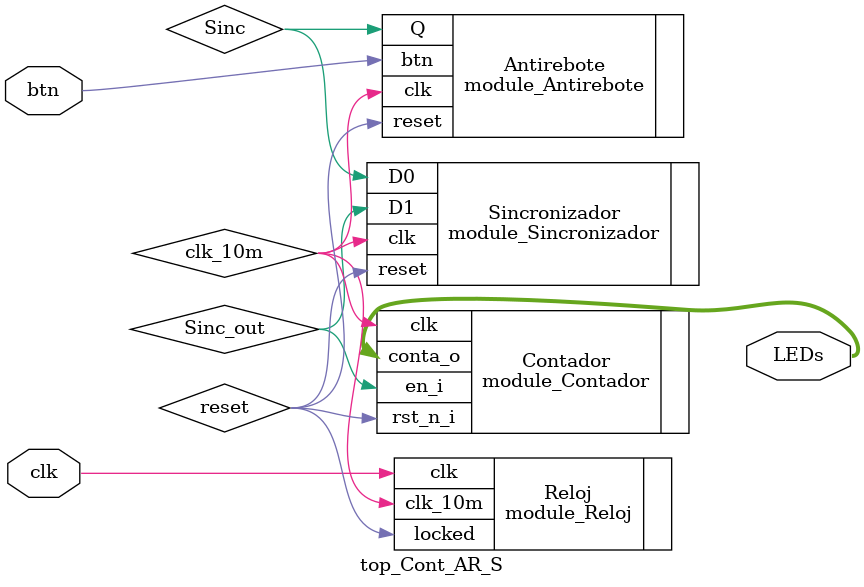
<source format=sv>
module top_Cont_AR_S (
    input  logic clk,         // Señal de reloj
    input  logic btn,         // Señal de entrada
    output logic [7:0] LEDs   // Valor del contador
);

    logic clk_10m;  // Reloj 10 MHz
    logic reset;    // Señal de reset
    logic Sinc;     // Dato de entrada del sincronizador
    logic Sinc_out; // Dato de salida del sincronizador
    
    // Bloque Reloj
    module_Reloj Reloj (
    .clk (clk),
    .locked (reset),
    .clk_10m (clk_10m)
    );
    
    // Bloque Antirebotes
    module_Antirebote Antirebote (
    .clk (clk_10m),
    .reset (reset),
    .btn (btn),
    .Q (Sinc)
    );
    
    // Bloque Sincronizador
    module_Sincronizador Sincronizador (
    .clk (clk_10m),
    .reset (reset),
    .D0 (Sinc),
    .D1 (Sinc_out)
    );
    
    // Bloque Contador
    module_Contador Contador (
    .clk (clk_10m),
    .rst_n_i (reset),
    .en_i (Sinc_out),
    .conta_o (LEDs)
    );

endmodule
</source>
